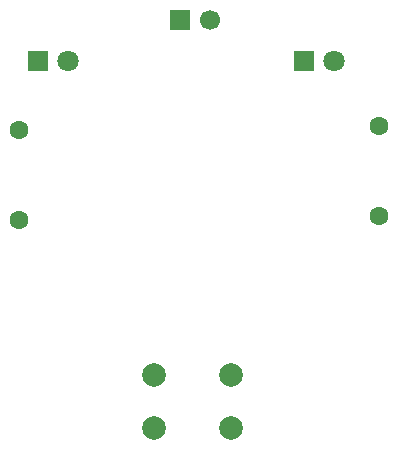
<source format=gbr>
%TF.GenerationSoftware,KiCad,Pcbnew,9.0.2*%
%TF.CreationDate,2025-07-01T17:26:35-07:00*%
%TF.ProjectId,Blinky,426c696e-6b79-42e6-9b69-6361645f7063,rev?*%
%TF.SameCoordinates,Original*%
%TF.FileFunction,Soldermask,Top*%
%TF.FilePolarity,Negative*%
%FSLAX46Y46*%
G04 Gerber Fmt 4.6, Leading zero omitted, Abs format (unit mm)*
G04 Created by KiCad (PCBNEW 9.0.2) date 2025-07-01 17:26:35*
%MOMM*%
%LPD*%
G01*
G04 APERTURE LIST*
%ADD10C,1.600000*%
%ADD11C,1.800000*%
%ADD12R,1.800000X1.800000*%
%ADD13C,2.000000*%
%ADD14C,1.700000*%
%ADD15R,1.700000X1.700000*%
G04 APERTURE END LIST*
D10*
%TO.C,R1*%
X119800000Y-90210000D03*
X119800000Y-82590000D03*
%TD*%
D11*
%TO.C,D1*%
X123940000Y-76700000D03*
D12*
X121400000Y-76700000D03*
%TD*%
D10*
%TO.C,R2*%
X150300000Y-89900000D03*
X150300000Y-82280000D03*
%TD*%
D11*
%TO.C,D2*%
X146465000Y-76700000D03*
D12*
X143925000Y-76700000D03*
%TD*%
D13*
%TO.C,SW1*%
X131250000Y-103350000D03*
X137750000Y-103350000D03*
X131250000Y-107850000D03*
X137750000Y-107850000D03*
%TD*%
D14*
%TO.C,M1*%
X135965000Y-73300000D03*
D15*
X133425000Y-73300000D03*
%TD*%
M02*

</source>
